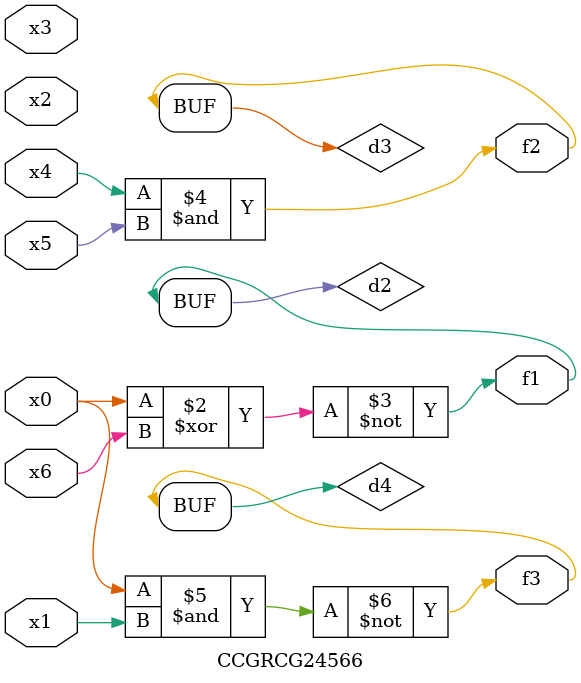
<source format=v>
module CCGRCG24566(
	input x0, x1, x2, x3, x4, x5, x6,
	output f1, f2, f3
);

	wire d1, d2, d3, d4;

	nor (d1, x0);
	xnor (d2, x0, x6);
	and (d3, x4, x5);
	nand (d4, x0, x1);
	assign f1 = d2;
	assign f2 = d3;
	assign f3 = d4;
endmodule

</source>
